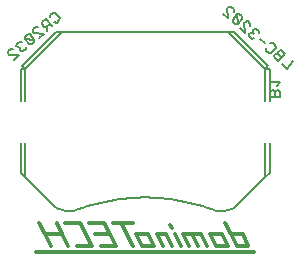
<source format=gbo>
G75*
%MOIN*%
%OFA0B0*%
%FSLAX24Y24*%
%IPPOS*%
%LPD*%
%AMOC8*
5,1,8,0,0,1.08239X$1,22.5*
%
%ADD10C,0.0060*%
%ADD11C,0.0118*%
%ADD12C,0.0079*%
D10*
X002057Y007988D02*
X002229Y008137D01*
X001909Y008160D01*
X001872Y008203D01*
X001878Y008283D01*
X001964Y008357D01*
X002044Y008351D01*
X002151Y008444D02*
X002188Y008401D01*
X002268Y008395D01*
X002262Y008315D01*
X002299Y008272D01*
X002379Y008266D01*
X002465Y008340D01*
X002471Y008420D01*
X002578Y008513D02*
X002658Y008507D01*
X002744Y008581D01*
X002750Y008661D01*
X002430Y008684D01*
X002578Y008513D01*
X002750Y008661D02*
X002602Y008833D01*
X002522Y008838D01*
X002436Y008764D01*
X002430Y008684D01*
X002323Y008592D02*
X002243Y008598D01*
X002157Y008524D01*
X002151Y008444D01*
X002268Y008395D02*
X002311Y008432D01*
X002746Y008882D02*
X002709Y008925D01*
X002714Y009005D01*
X002800Y009079D01*
X002880Y009073D01*
X002987Y009166D02*
X002993Y009246D01*
X003122Y009357D01*
X003344Y009099D01*
X003270Y009185D02*
X003142Y009074D01*
X003062Y009080D01*
X002987Y009166D01*
X003184Y009111D02*
X003173Y008951D01*
X003066Y008859D02*
X002746Y008882D01*
X002894Y008710D02*
X003066Y008859D01*
X003414Y009235D02*
X003494Y009229D01*
X003580Y009303D01*
X003586Y009383D01*
X003438Y009555D01*
X003358Y009560D01*
X003272Y009486D01*
X003266Y009406D01*
X009037Y009527D02*
X009209Y009379D01*
X009185Y009699D01*
X009222Y009742D01*
X009302Y009748D01*
X009388Y009674D01*
X009394Y009594D01*
X009501Y009501D02*
X009524Y009181D01*
X009444Y009175D01*
X009359Y009250D01*
X009353Y009330D01*
X009501Y009501D01*
X009581Y009507D01*
X009667Y009433D01*
X009673Y009353D01*
X009524Y009181D01*
X009594Y009046D02*
X009766Y008898D01*
X009743Y009218D01*
X009780Y009261D01*
X009860Y009266D01*
X009946Y009192D01*
X009951Y009112D01*
X010059Y009020D02*
X010021Y008977D01*
X010027Y008897D01*
X009947Y008891D01*
X009910Y008848D01*
X009916Y008768D01*
X010002Y008694D01*
X010082Y008700D01*
X010070Y008860D02*
X010027Y008897D01*
X010059Y009020D02*
X010139Y009026D01*
X010224Y008952D01*
X010230Y008872D01*
X010263Y008693D02*
X010435Y008545D01*
X010616Y008539D02*
X010696Y008544D01*
X010782Y008470D01*
X010788Y008390D01*
X010640Y008219D01*
X010560Y008213D01*
X010474Y008287D01*
X010468Y008367D01*
X010747Y008126D02*
X010753Y008046D01*
X010881Y007935D01*
X011104Y008193D01*
X010975Y008304D01*
X010895Y008298D01*
X010858Y008255D01*
X010864Y008175D01*
X010993Y008064D01*
X010864Y008175D02*
X010784Y008169D01*
X010747Y008126D01*
X010988Y007843D02*
X011160Y007694D01*
X011383Y007952D01*
X010940Y007236D02*
X010599Y007236D01*
X010599Y007123D02*
X010599Y007350D01*
X010826Y007123D02*
X010940Y007236D01*
X010883Y006981D02*
X010826Y006981D01*
X010769Y006925D01*
X010769Y006755D01*
X010599Y006755D02*
X010599Y006925D01*
X010656Y006981D01*
X010713Y006981D01*
X010769Y006925D01*
X010883Y006981D02*
X010940Y006925D01*
X010940Y006755D01*
X010599Y006755D01*
D11*
X010080Y001581D02*
X002797Y001581D01*
X003289Y001778D02*
X003092Y002172D01*
X003683Y002172D01*
X003880Y001778D01*
X004175Y001778D02*
X004667Y001778D01*
X004273Y002565D01*
X003781Y002565D01*
X003486Y002565D02*
X003683Y002172D01*
X003092Y002172D02*
X002895Y002565D01*
X004569Y002565D02*
X005061Y002565D01*
X005257Y002172D01*
X004765Y002172D01*
X004962Y001778D02*
X005454Y001778D01*
X005257Y002172D01*
X005356Y002565D02*
X005651Y002565D01*
X006045Y002565D01*
X005651Y002565D02*
X006045Y001778D01*
X006340Y001778D02*
X006143Y002172D01*
X006537Y002172D01*
X006734Y001778D01*
X006340Y001778D01*
X006832Y002172D02*
X007029Y001778D01*
X007324Y001778D02*
X007128Y002172D01*
X006832Y002172D01*
X007324Y002369D02*
X007275Y002467D01*
X007423Y002172D02*
X007620Y001778D01*
X007915Y001778D02*
X007718Y002172D01*
X008013Y002172D01*
X008210Y001778D01*
X008506Y001778D02*
X008309Y002172D01*
X008013Y002172D01*
X008604Y002172D02*
X008998Y002172D01*
X009194Y001778D01*
X008801Y001778D01*
X008604Y002172D01*
X009096Y002565D02*
X009293Y002172D01*
X009687Y002172D01*
X009883Y001778D01*
X009490Y001778D01*
X009293Y002172D01*
D12*
X009437Y003081D02*
X010450Y004076D01*
X010450Y005223D01*
X010588Y005223D02*
X010588Y004212D01*
X010450Y004076D01*
X009437Y003081D02*
X009386Y003051D01*
X009332Y003025D01*
X009277Y003002D01*
X009221Y002983D01*
X009163Y002967D01*
X009105Y002956D01*
X009046Y002947D01*
X008986Y002943D01*
X008927Y002942D01*
X008867Y002945D01*
X008808Y002952D01*
X008808Y002953D02*
X008662Y003008D01*
X008514Y003060D01*
X008365Y003108D01*
X008215Y003152D01*
X008064Y003193D01*
X007912Y003231D01*
X007760Y003264D01*
X007606Y003294D01*
X007452Y003321D01*
X007297Y003343D01*
X007142Y003362D01*
X006986Y003377D01*
X006830Y003388D01*
X006674Y003396D01*
X006517Y003400D01*
X006361Y003400D01*
X006204Y003396D01*
X006048Y003388D01*
X005892Y003377D01*
X005736Y003362D01*
X005581Y003343D01*
X005426Y003321D01*
X005272Y003294D01*
X005118Y003264D01*
X004966Y003231D01*
X004814Y003193D01*
X004663Y003152D01*
X004513Y003108D01*
X004364Y003060D01*
X004216Y003008D01*
X004070Y002953D01*
X003440Y003081D02*
X002427Y004076D01*
X002427Y005223D01*
X002289Y005223D02*
X002289Y004212D01*
X002427Y004076D01*
X003440Y003081D02*
X003491Y003051D01*
X003545Y003025D01*
X003600Y003002D01*
X003656Y002983D01*
X003714Y002967D01*
X003772Y002956D01*
X003831Y002947D01*
X003891Y002943D01*
X003950Y002942D01*
X004010Y002945D01*
X004069Y002952D01*
X002427Y006601D02*
X002427Y007674D01*
X002333Y007775D01*
X003470Y008912D01*
X003665Y008912D01*
X009212Y008912D01*
X009407Y008912D01*
X010544Y007775D01*
X010450Y007674D01*
X010450Y006601D01*
X010588Y006601D02*
X010588Y007669D01*
X010450Y007674D01*
X009212Y008912D01*
X003665Y008912D02*
X002427Y007674D01*
X002289Y007669D01*
X002289Y006601D01*
M02*

</source>
